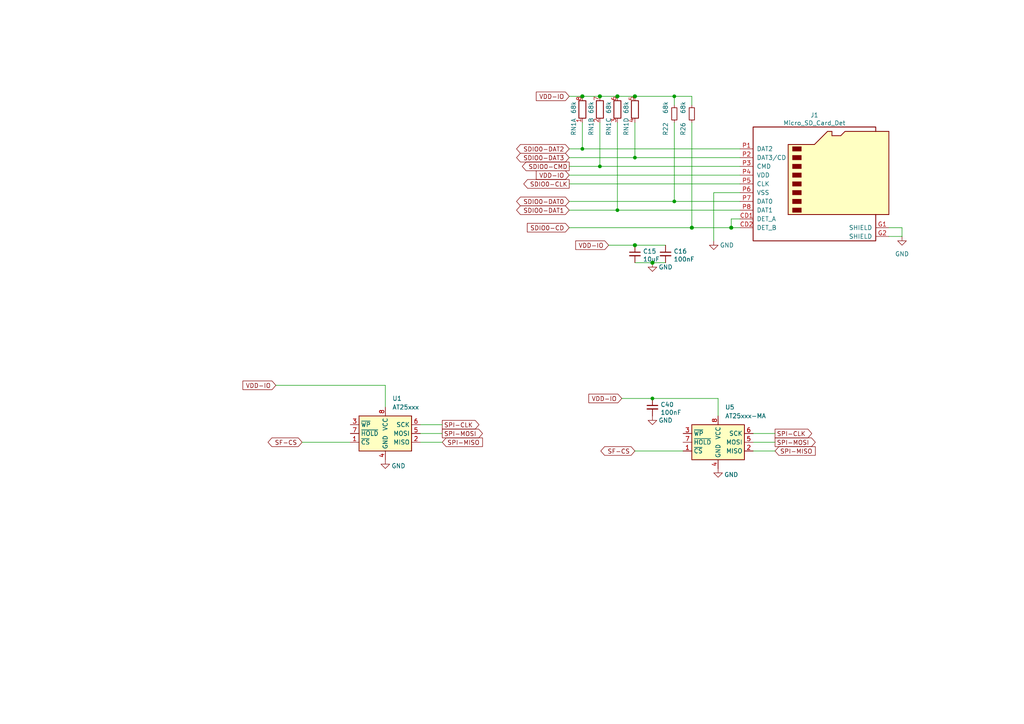
<source format=kicad_sch>
(kicad_sch (version 20231120) (generator "eeschema") (generator_version "8.0")
  (paper "A4")
  (title_block (title "SAM9G20 SBC") (rev "0.1") (company "vd-rd"))
  (lib_symbols
    (symbol "Device:C_Small" (pin_numbers hide) (pin_names (offset 0.254) hide)
      (property "Reference" "C" (at 0.254 1.778 0))
      (property "Value" "C_Small" (at 0.254 -2.032 0))
      (symbol "C_Small_0_1"
        (polyline (pts (xy -1.524 -0.508) (xy 1.524 -0.508)) (stroke (width 0.3302)))
        (polyline (pts (xy -1.524 0.508) (xy 1.524 0.508)) (stroke (width 0.3048)))
      )
      (symbol "C_Small_1_1"
        (pin passive line (at 0 2.54 270) (length 2.032) (name "~") (number "1"))
        (pin passive line (at 0 -2.54 90) (length 2.032) (name "~") (number "2"))
      )
    )
    (symbol "Device:R_Pack04_Split" (pin_names (offset 0) hide)
      (property "Reference" "RN" (at 2.032 0 90))
      (property "Value" "R_Pack04_Split" (at 0 0 90))
      (symbol "R_Pack04_Split_0_1"
        (rectangle (start 1.016 2.54) (end -1.016 -2.54) (stroke (width 0.254)))
      )
      (symbol "R_Pack04_Split_1_1"
        (pin passive line (at 0 -3.81 90) (length 1.27) (name "R1.1") (number "1"))
        (pin passive line (at 0 3.81 270) (length 1.27) (name "R1.2") (number "8"))
      )
      (symbol "R_Pack04_Split_2_1"
        (pin passive line (at 0 -3.81 90) (length 1.27) (name "R2.1") (number "2"))
        (pin passive line (at 0 3.81 270) (length 1.27) (name "R2.2") (number "7"))
      )
      (symbol "R_Pack04_Split_3_1"
        (pin passive line (at 0 -3.81 90) (length 1.27) (name "R3.1") (number "3"))
        (pin passive line (at 0 3.81 270) (length 1.27) (name "R3.2") (number "6"))
      )
      (symbol "R_Pack04_Split_4_1"
        (pin passive line (at 0 -3.81 90) (length 1.27) (name "R4.1") (number "4"))
        (pin passive line (at 0 3.81 270) (length 1.27) (name "R4.2") (number "5"))
      )
    )
    (symbol "Device:R_Small" (pin_numbers hide) (pin_names (offset 0.254) hide)
      (property "Reference" "R" (at 0.762 0.508 0))
      (property "Value" "R_Small" (at 0.762 -1.016 0))
      (symbol "R_Small_0_1"
        (rectangle (start -0.762 1.778) (end 0.762 -1.778) (stroke (width 0.2032)))
      )
      (symbol "R_Small_1_1"
        (pin passive line (at 0 2.54 270) (length 0.762) (name "~") (number "1"))
        (pin passive line (at 0 -2.54 90) (length 0.762) (name "~") (number "2"))
      )
    )
    (symbol "Memory_EEPROM:AT25xxx"
      (property "Reference" "U" (at -7.62 6.35 0))
      (property "Value" "AT25xxx" (at 2.54 -6.35 0))
      (symbol "AT25xxx_1_1"
        (rectangle (start -7.62 5.08) (end 7.62 -5.08) (stroke (width 0.254)) (fill (type background)))
        (pin input line (at -10.16 -2.54 0) (length 2.54) (name "~{CS}") (number "1"))
        (pin tri_state line (at 10.16 -2.54 180) (length 2.54) (name "MISO") (number "2"))
        (pin input line (at -10.16 2.54 0) (length 2.54) (name "~{WP}") (number "3"))
        (pin power_in line (at 0 -7.62 90) (length 2.54) (name "GND") (number "4"))
        (pin input line (at 10.16 0 180) (length 2.54) (name "MOSI") (number "5"))
        (pin input line (at 10.16 2.54 180) (length 2.54) (name "SCK") (number "6"))
        (pin input line (at -10.16 0 0) (length 2.54) (name "~{HOLD}") (number "7"))
        (pin power_in line (at 0 7.62 270) (length 2.54) (name "VCC") (number "8"))
      )
    )
    (symbol "Memory_EEPROM:AT25xxx-MA"
      (property "Reference" "U" (at -7.62 6.35 0))
      (property "Value" "AT25xxx-MA" (at 2.54 -6.35 0))
      (symbol "AT25xxx-MA_1_1"
        (rectangle (start -7.62 5.08) (end 7.62 -5.08) (stroke (width 0.254)) (fill (type background)))
        (pin input line (at -10.16 -2.54 0) (length 2.54) (name "~{CS}") (number "1"))
        (pin tri_state line (at 10.16 -2.54 180) (length 2.54) (name "MISO") (number "2"))
        (pin input line (at -10.16 2.54 0) (length 2.54) (name "~{WP}") (number "3"))
        (pin power_in line (at 0 -7.62 90) (length 2.54) (name "GND") (number "4"))
        (pin input line (at 10.16 0 180) (length 2.54) (name "MOSI") (number "5"))
        (pin input line (at 10.16 2.54 180) (length 2.54) (name "SCK") (number "6"))
        (pin input line (at -10.16 0 0) (length 2.54) (name "~{HOLD}") (number "7"))
        (pin power_in line (at 0 7.62 270) (length 2.54) (name "VCC") (number "8"))
        (pin passive line (at 0 -7.62 90) (length 2.54) hide (name "GND") (number "9"))
      )
    )
    (symbol "gct:Micro_SD_Card_Det" (pin_names (offset 1.016))
      (property "Reference" "J" (at -16.51 17.78 0))
      (property "Value" "Micro_SD_Card_Det" (at 16.51 17.78 0))
      (symbol "Micro_SD_Card_Det_0_1"
        (rectangle (start -7.62 -6.985) (end -5.08 -8.255) (fill (type outline)))
        (rectangle (start -7.62 -4.445) (end -5.08 -5.715) (fill (type outline)))
        (rectangle (start -7.62 -1.905) (end -5.08 -3.175) (fill (type outline)))
        (rectangle (start -7.62 0.635) (end -5.08 -0.635) (fill (type outline)))
        (rectangle (start -7.62 3.175) (end -5.08 1.905) (fill (type outline)))
        (rectangle (start -7.62 5.715) (end -5.08 4.445) (fill (type outline)))
        (rectangle (start -7.62 8.255) (end -5.08 6.985) (fill (type outline)))
        (rectangle (start -7.62 10.795) (end -5.08 9.525) (fill (type outline)))
        (polyline (pts (xy 16.51 15.24) (xy 16.51 16.51) (xy -19.05 16.51) (xy -19.05 -16.51) (xy 16.51 -16.51) (xy 16.51 -8.89)) (stroke (width 0.254)))
        (polyline (pts (xy -8.89 -8.89) (xy -8.89 11.43) (xy -1.27 11.43) (xy 2.54 15.24) (xy 3.81 15.24) (xy 3.81 13.97) (xy 6.35 13.97) (xy 7.62 15.24) (xy 20.32 15.24) (xy 20.32 -8.89) (xy -8.89 -8.89)) (stroke (width 0.254)) (fill (type background)))
      )
      (symbol "Micro_SD_Card_Det_1_1"
        (pin passive line (at -22.86 -10.16 0) (length 3.81) (name "DET_A") (number "CD1"))
        (pin passive line (at -22.86 -12.7 0) (length 3.81) (name "DET_B") (number "CD2"))
        (pin passive line (at 20.32 -12.7 180) (length 3.81) (name "SHIELD") (number "G1"))
        (pin passive line (at 20.32 -15.24 180) (length 3.81) (name "SHIELD") (number "G2"))
        (pin bidirectional line (at -22.86 10.16 0) (length 3.81) (name "DAT2") (number "P1"))
        (pin bidirectional line (at -22.86 7.62 0) (length 3.81) (name "DAT3/CD") (number "P2"))
        (pin input line (at -22.86 5.08 0) (length 3.81) (name "CMD") (number "P3"))
        (pin power_in line (at -22.86 2.54 0) (length 3.81) (name "VDD") (number "P4"))
        (pin input line (at -22.86 0 0) (length 3.81) (name "CLK") (number "P5"))
        (pin power_in line (at -22.86 -2.54 0) (length 3.81) (name "VSS") (number "P6"))
        (pin bidirectional line (at -22.86 -5.08 0) (length 3.81) (name "DAT0") (number "P7"))
        (pin bidirectional line (at -22.86 -7.62 0) (length 3.81) (name "DAT1") (number "P8"))
      )
    )
    (symbol "power:GND" (power) (pin_names (offset 0))
      (property "Value" "GND" (at 0 -3.81 0))
      (symbol "GND_0_1"
        (polyline (pts (xy 0 0) (xy 0 -1.27) (xy 1.27 -1.27) (xy 0 -2.54) (xy -1.27 -1.27) (xy 0 -1.27)))
      )
      (symbol "GND_1_1"
        (pin power_in line (at 0 0 270) (length 0) hide (name "GND") (number "1"))
      )
    )
  )
  (junction (at 179.07 27.94) (diameter 1.016))
  (junction (at 189.23 76.2) (diameter 1.016))
  (junction (at 189.23 115.57))
  (junction (at 184.15 45.72))
  (junction (at 173.99 48.26))
  (junction (at 195.58 27.94))
  (junction (at 184.15 27.94) (diameter 1.016))
  (junction (at 212.09 66.04) (diameter 1.016))
  (junction (at 168.91 43.18))
  (junction (at 173.99 27.94) (diameter 1.016))
  (junction (at 200.66 66.04) (diameter 1.016))
  (junction (at 184.15 71.12) (diameter 1.016))
  (junction (at 168.91 27.94) (diameter 1.016))
  (junction (at 179.07 60.96))
  (junction (at 195.58 58.42))
  (wire (pts (xy 165.1 50.8) (xy 214.63 50.8)))
  (wire (pts (xy 218.44 125.73) (xy 224.79 125.73)))
  (wire (pts (xy 173.99 48.26) (xy 214.63 48.26)))
  (wire (pts (xy 189.23 115.57) (xy 208.28 115.57)))
  (wire (pts (xy 195.58 35.56) (xy 195.58 58.42)))
  (wire (pts (xy 200.66 30.48) (xy 200.66 27.94)))
  (wire (pts (xy 184.15 76.2) (xy 189.23 76.2)))
  (wire (pts (xy 189.23 76.2) (xy 193.04 76.2)))
  (wire (pts (xy 165.1 58.42) (xy 195.58 58.42)))
  (wire (pts (xy 179.07 60.96) (xy 214.63 60.96)))
  (wire (pts (xy 195.58 58.42) (xy 214.63 58.42)))
  (wire (pts (xy 179.07 35.56) (xy 179.07 60.96)))
  (wire (pts (xy 195.58 30.48) (xy 195.58 27.94)))
  (wire (pts (xy 180.34 115.57) (xy 189.23 115.57)))
  (wire (pts (xy 165.1 45.72) (xy 184.15 45.72)))
  (wire (pts (xy 184.15 130.81) (xy 198.12 130.81)))
  (wire (pts (xy 165.1 43.18) (xy 168.91 43.18)))
  (wire (pts (xy 80.01 111.76) (xy 111.76 111.76)))
  (wire (pts (xy 218.44 128.27) (xy 224.79 128.27)))
  (wire (pts (xy 165.1 60.96) (xy 179.07 60.96)))
  (wire (pts (xy 168.91 35.56) (xy 168.91 43.18)))
  (wire (pts (xy 257.81 66.04) (xy 261.62 66.04)))
  (wire (pts (xy 261.62 66.04) (xy 261.62 68.58)))
  (wire (pts (xy 261.62 68.58) (xy 257.81 68.58)))
  (wire (pts (xy 179.07 27.94) (xy 184.15 27.94)))
  (wire (pts (xy 168.91 27.94) (xy 173.99 27.94)))
  (wire (pts (xy 173.99 27.94) (xy 179.07 27.94)))
  (wire (pts (xy 165.1 27.94) (xy 168.91 27.94)))
  (wire (pts (xy 184.15 27.94) (xy 195.58 27.94)))
  (wire (pts (xy 218.44 130.81) (xy 224.79 130.81)))
  (wire (pts (xy 168.91 43.18) (xy 214.63 43.18)))
  (wire (pts (xy 200.66 35.56) (xy 200.66 66.04)))
  (wire (pts (xy 200.66 27.94) (xy 195.58 27.94)))
  (wire (pts (xy 214.63 55.88) (xy 207.01 55.88)))
  (wire (pts (xy 207.01 55.88) (xy 207.01 69.85)))
  (wire (pts (xy 184.15 45.72) (xy 214.63 45.72)))
  (wire (pts (xy 176.53 71.12) (xy 184.15 71.12)))
  (wire (pts (xy 184.15 71.12) (xy 193.04 71.12)))
  (wire (pts (xy 214.63 63.5) (xy 212.09 63.5)))
  (wire (pts (xy 212.09 63.5) (xy 212.09 66.04)))
  (wire (pts (xy 212.09 66.04) (xy 214.63 66.04)))
  (wire (pts (xy 173.99 35.56) (xy 173.99 48.26)))
  (wire (pts (xy 121.92 123.19) (xy 128.27 123.19)))
  (wire (pts (xy 87.63 128.27) (xy 101.6 128.27)))
  (wire (pts (xy 165.1 53.34) (xy 214.63 53.34)))
  (wire (pts (xy 165.1 48.26) (xy 173.99 48.26)))
  (wire (pts (xy 165.1 66.04) (xy 200.66 66.04)))
  (wire (pts (xy 200.66 66.04) (xy 212.09 66.04)))
  (wire (pts (xy 184.15 35.56) (xy 184.15 45.72)))
  (wire (pts (xy 121.92 128.27) (xy 128.27 128.27)))
  (wire (pts (xy 111.76 118.11) (xy 111.76 111.76)))
  (wire (pts (xy 121.92 125.73) (xy 128.27 125.73)))
  (wire (pts (xy 208.28 120.65) (xy 208.28 115.57)))
  (global_label "SDIO0-DAT1" (shape bidirectional) (at 165.1 60.96 180) (property "Intersheetrefs" "${INTERSHEET_REFS}" (effects (hide yes))))
  (global_label "SDIO0-DAT0" (shape bidirectional) (at 165.1 58.42 180) (property "Intersheetrefs" "${INTERSHEET_REFS}" (effects (hide yes))))
  (global_label "VDD-IO" (shape input) (at 180.34 115.57 180) (property "Intersheetrefs" "${INTERSHEET_REFS}" (effects (hide yes))))
  (global_label "SDIO0-DAT2" (shape bidirectional) (at 165.1 43.18 180) (property "Intersheetrefs" "${INTERSHEET_REFS}" (effects (hide yes))))
  (global_label "SPI-MOSI" (shape output) (at 224.79 128.27 0) (property "Intersheetrefs" "${INTERSHEET_REFS}" (effects (hide yes))))
  (global_label "VDD-IO" (shape input) (at 80.01 111.76 180) (property "Intersheetrefs" "${INTERSHEET_REFS}" (effects (hide yes))))
  (global_label "SPI-CLK" (shape output) (at 224.79 125.73 0) (property "Intersheetrefs" "${INTERSHEET_REFS}" (effects (hide yes))))
  (global_label "SPI-CLK" (shape output) (at 128.27 123.19 0) (property "Intersheetrefs" "${INTERSHEET_REFS}" (effects (hide yes))))
  (global_label "VDD-IO" (shape input) (at 176.53 71.12 180) (property "Intersheetrefs" "${INTERSHEET_REFS}" (effects (hide yes))))
  (global_label "SF-CS" (shape bidirectional) (at 87.63 128.27 180) (property "Intersheetrefs" "${INTERSHEET_REFS}" (effects (hide yes))))
  (global_label "VDD-IO" (shape input) (at 165.1 50.8 180) (property "Intersheetrefs" "${INTERSHEET_REFS}" (effects (hide yes))))
  (global_label "SDIO0-DAT3" (shape bidirectional) (at 165.1 45.72 180) (property "Intersheetrefs" "${INTERSHEET_REFS}" (effects (hide yes))))
  (global_label "SDIO0-CD" (shape input) (at 165.1 66.04 180) (property "Intersheetrefs" "${INTERSHEET_REFS}" (effects (hide yes))))
  (global_label "SF-CS" (shape bidirectional) (at 184.15 130.81 180) (property "Intersheetrefs" "${INTERSHEET_REFS}" (effects (hide yes))))
  (global_label "SPI-MISO" (shape input) (at 128.27 128.27 0) (property "Intersheetrefs" "${INTERSHEET_REFS}" (effects (hide yes))))
  (global_label "SDIO0-CMD" (shape output) (at 165.1 48.26 180) (property "Intersheetrefs" "${INTERSHEET_REFS}" (effects (hide yes))))
  (global_label "SPI-MOSI" (shape output) (at 128.27 125.73 0) (property "Intersheetrefs" "${INTERSHEET_REFS}" (effects (hide yes))))
  (global_label "SPI-MISO" (shape input) (at 224.79 130.81 0) (property "Intersheetrefs" "${INTERSHEET_REFS}" (effects (hide yes))))
  (global_label "SDIO0-CLK" (shape output) (at 165.1 53.34 180) (property "Intersheetrefs" "${INTERSHEET_REFS}" (effects (hide yes))))
  (global_label "VDD-IO" (shape input) (at 165.1 27.94 180) (property "Intersheetrefs" "${INTERSHEET_REFS}" (effects (hide yes))))
  (symbol (lib_id "Device:R_Pack04_Split") (at 168.91 31.75 0) (unit 1)
    (property "Reference" "RN1" (at 166.37 39.37 90) (effects (justify left)))
    (property "Value" "68k" (at 166.37 33.02 90) (effects (justify left)))
    (property "Footprint" "Resistor_SMD:R_Array_Convex_4x0402" (effects (hide yes)))
  )
  (symbol (lib_id "power:GND") (at 261.62 68.58 0) (unit 1)
    (property "Reference" "#PWR0115" (effects (hide yes)))
    (property "Value" "GND" (at 261.62 73.66 0))
  )
  (symbol (lib_id "power:GND") (at 189.23 76.2 0) (unit 1)
    (property "Reference" "#PWR0120" (effects (hide yes)))
    (property "Value" "GND" (at 193.04 77.47 0))
  )
  (symbol (lib_id "Device:C_Small") (at 189.23 118.11 0) (unit 1)
    (property "Reference" "C40" (at 191.5542 117.3491 0) (effects (justify left)))
    (property "Value" "100nF" (at 191.5542 119.6478 0) (effects (justify left)))
    (property "Footprint" "Capacitor_SMD:C_0402_1005Metric" (effects (hide yes)))
  )
  (symbol (lib_id "power:GND") (at 207.01 69.85 0) (unit 1)
    (property "Reference" "#PWR0116" (effects (hide yes)))
    (property "Value" "GND" (at 210.82 71.12 0))
  )
  (symbol (lib_id "Device:R_Pack04_Split") (at 173.99 31.75 0) (unit 2)
    (property "Reference" "RN1" (at 171.45 39.37 90) (effects (justify left)))
    (property "Value" "68k" (at 171.45 33.02 90) (effects (justify left)))
    (property "Footprint" "Resistor_SMD:R_Array_Convex_4x0402" (effects (hide yes)))
  )
  (symbol (lib_id "power:GND") (at 189.23 120.65 0) (unit 1)
    (property "Reference" "#PWR0142" (effects (hide yes)))
    (property "Value" "GND" (at 193.04 121.92 0))
  )
  (symbol (lib_id "Memory_EEPROM:AT25xxx") (at 111.76 125.73 0) (unit 1)
    (property "Reference" "U1" (at 113.7794 115.57 0) (effects (justify left)))
    (property "Value" "AT25xxx" (at 113.7794 118.11 0) (effects (justify left)))
    (property "Footprint" "Package_SO:SOIC-8_5.23x5.23mm_P1.27mm" (effects (hide yes)))
    (property "Datasheet" "http://ww1.microchip.com/downloads/en/DeviceDoc/Atmel-8707-SEEPROM-AT25010B-020B-040B-Datasheet.pdf" (effects (hide yes)))
  )
  (symbol (lib_id "Device:C_Small") (at 184.15 73.66 0) (unit 1)
    (property "Reference" "C15" (at 186.4742 72.8991 0) (effects (justify left)))
    (property "Value" "10uF" (at 186.4742 75.1978 0) (effects (justify left)))
    (property "Footprint" "Capacitor_SMD:C_0603_1608Metric" (effects (hide yes)))
  )
  (symbol (lib_id "Device:R_Pack04_Split") (at 179.07 31.75 0) (unit 3)
    (property "Reference" "RN1" (at 176.53 39.37 90) (effects (justify left)))
    (property "Value" "68k" (at 176.53 33.02 90) (effects (justify left)))
    (property "Footprint" "Resistor_SMD:R_Array_Convex_4x0402" (effects (hide yes)))
  )
  (symbol (lib_id "Device:R_Small") (at 200.66 33.02 0) (unit 1)
    (property "Reference" "R26" (at 198.12 39.37 90) (effects (justify left)))
    (property "Value" "68k" (at 198.12 33.02 90) (effects (justify left)))
    (property "Footprint" "Resistor_SMD:R_0402_1005Metric" (effects (hide yes)))
    (property "Datasheet" "~{}" (effects (hide yes)))
  )
  (symbol (lib_id "Device:R_Small") (at 195.58 33.02 0) (unit 1)
    (property "Reference" "R22" (at 193.04 39.37 90) (effects (justify left)))
    (property "Value" "68k" (at 193.04 33.02 90) (effects (justify left)))
    (property "Footprint" "Resistor_SMD:R_0402_1005Metric" (effects (hide yes)))
    (property "Datasheet" "~{}" (effects (hide yes)))
  )
  (symbol (lib_id "power:GND") (at 111.76 133.35 0) (unit 1)
    (property "Reference" "#PWR0141" (effects (hide yes)))
    (property "Value" "GND" (at 115.57 135.1344 0))
  )
  (symbol (lib_id "Device:R_Pack04_Split") (at 184.15 31.75 0) (unit 4)
    (property "Reference" "RN1" (at 181.61 39.37 90) (effects (justify left)))
    (property "Value" "68k" (at 181.61 33.02 90) (effects (justify left)))
    (property "Footprint" "Resistor_SMD:R_Array_Convex_4x0402" (effects (hide yes)))
  )
  (symbol (lib_id "Device:C_Small") (at 193.04 73.66 0) (unit 1)
    (property "Reference" "C16" (at 195.3642 72.8991 0) (effects (justify left)))
    (property "Value" "100nF" (at 195.3642 75.1978 0) (effects (justify left)))
    (property "Footprint" "Capacitor_SMD:C_0402_1005Metric" (effects (hide yes)))
  )
  (symbol (lib_id "gct:Micro_SD_Card_Det") (at 237.49 53.34 0) (unit 1)
    (property "Reference" "J1" (at 236.22 33.3968 0))
    (property "Value" "Micro_SD_Card_Det" (at 236.22 35.6955 0))
    (property "Footprint" "gct:MEM20610118800A" (effects (hide yes)))
    (property "Datasheet" "https://www.hirose.com/product/en/download_file/key_name/DM3/category/Catalog/doc_file_id/49662/?file_category_id=4&item_id=195&is_series=1" (effects (hide yes)))
  )
  (symbol (lib_id "Memory_EEPROM:AT25xxx-MA") (at 208.28 128.27 0) (unit 1)
    (property "Reference" "U5" (at 210.2994 118.11 0) (effects (justify left)))
    (property "Value" "AT25xxx-MA" (at 210.2994 120.65 0) (effects (justify left)))
    (property "Footprint" "Package_DFN_QFN:DFN-8-1EP_3x2mm_P0.5mm_EP1.75x1.45mm" (effects (hide yes)))
    (property "Datasheet" "http://ww1.microchip.com/downloads/en/DeviceDoc/Atmel-8707-SEEPROM-AT25010B-020B-040B-Datasheet.pdf" (effects (hide yes)))
  )
  (symbol (lib_id "power:GND") (at 208.28 135.89 0) (unit 1)
    (property "Reference" "#PWR0131" (effects (hide yes)))
    (property "Value" "GND" (at 212.09 137.6744 0))
  )
)
</source>
